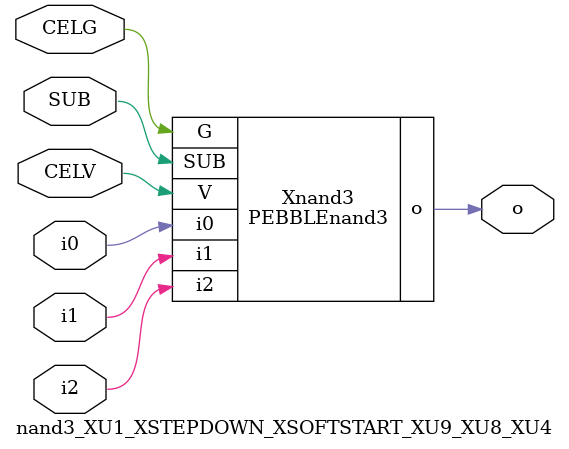
<source format=v>



module PEBBLEnand3 ( o, G, SUB, V, i0, i1, i2 );

  input i0;
  input V;
  input i2;
  input i1;
  input G;
  output o;
  input SUB;
endmodule

//Celera Confidential Do Not Copy nand3_XU1_XSTEPDOWN_XSOFTSTART_XU9_XU8_XU4
//Celera Confidential Symbol Generator
//5V Inverter
module nand3_XU1_XSTEPDOWN_XSOFTSTART_XU9_XU8_XU4 (CELV,CELG,i0,i1,i2,o,SUB);
input CELV;
input CELG;
input i0;
input i1;
input i2;
input SUB;
output o;

//Celera Confidential Do Not Copy nand3
PEBBLEnand3 Xnand3(
.V (CELV),
.i0 (i0),
.i1 (i1),
.i2 (i2),
.o (o),
.SUB (SUB),
.G (CELG)
);
//,diesize,PEBBLEnand3

//Celera Confidential Do Not Copy Module End
//Celera Schematic Generator
endmodule

</source>
